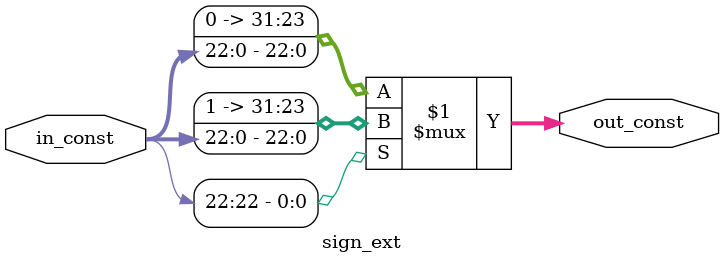
<source format=sv>
module sign_ext
# (
  parameter WIDTH_IN = 23,
            WIDTH_OUT = 32
)
(
  input  logic [WIDTH_IN - 1:0] in_const,

  output logic [WIDTH_OUT - 1:0] out_const
);

parameter diff = WIDTH_OUT - WIDTH_IN;

assign out_const = in_const[WIDTH_IN - 1] ? { {diff {1'b1}}, in_const} : { {diff {1'b0}}, in_const};

endmodule
</source>
